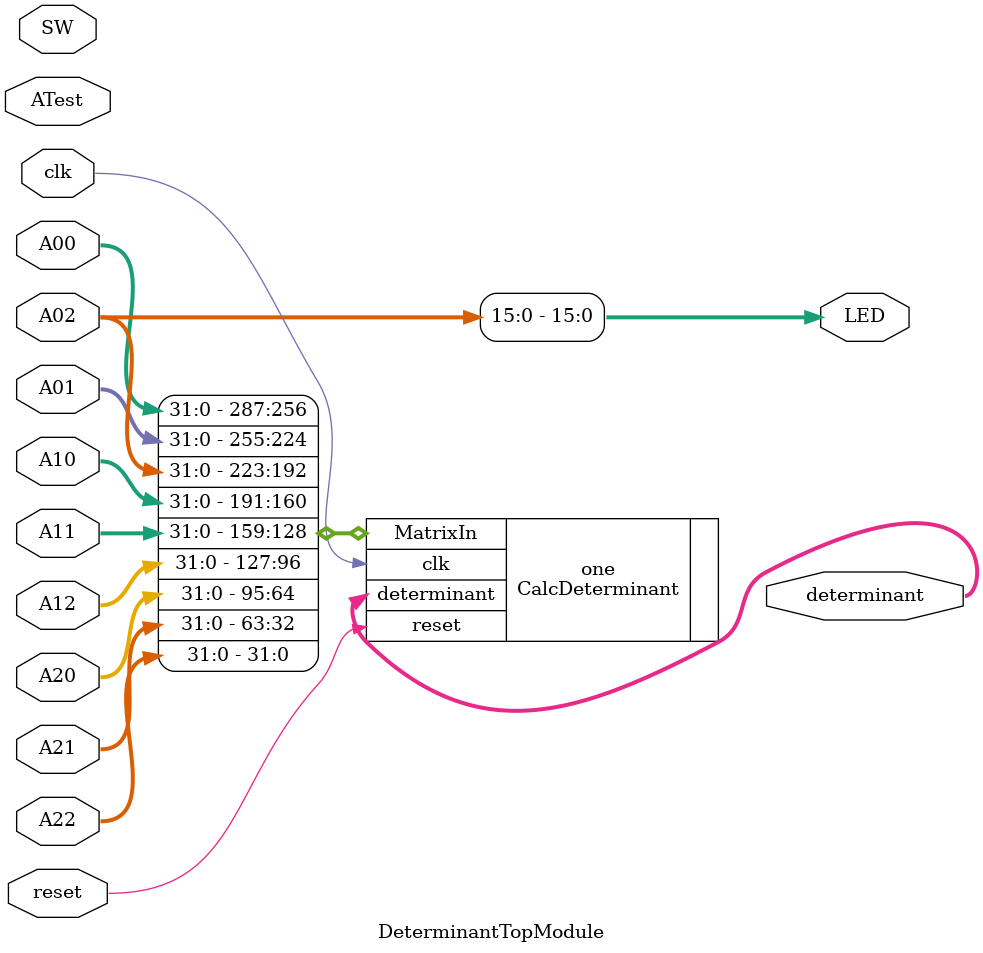
<source format=v>
`timescale 1ns / 1ps


module DeterminantTopModule(clk, reset, SW, LED,
                             A00, A01, A02, 
                             A10, A11, A12, 
                             A20, A21, A22, 
                             ATest,
                             determinant);

input clk, reset; 
input [2:0] SW; 
input [31:0] A00, A01, A02, 
             A10, A11, A12, 
             A20, A21, A22, ATest;
output  wire  [15:0] LED;
output wire [31:0] determinant;


CalcDeterminant one (.clk (clk), .reset(reset), .MatrixIn({A00, A01, A02, A10, A11, A12, A20, A21,A22}), 
                     .determinant(determinant));
assign LED = A02[15:0];
endmodule

</source>
